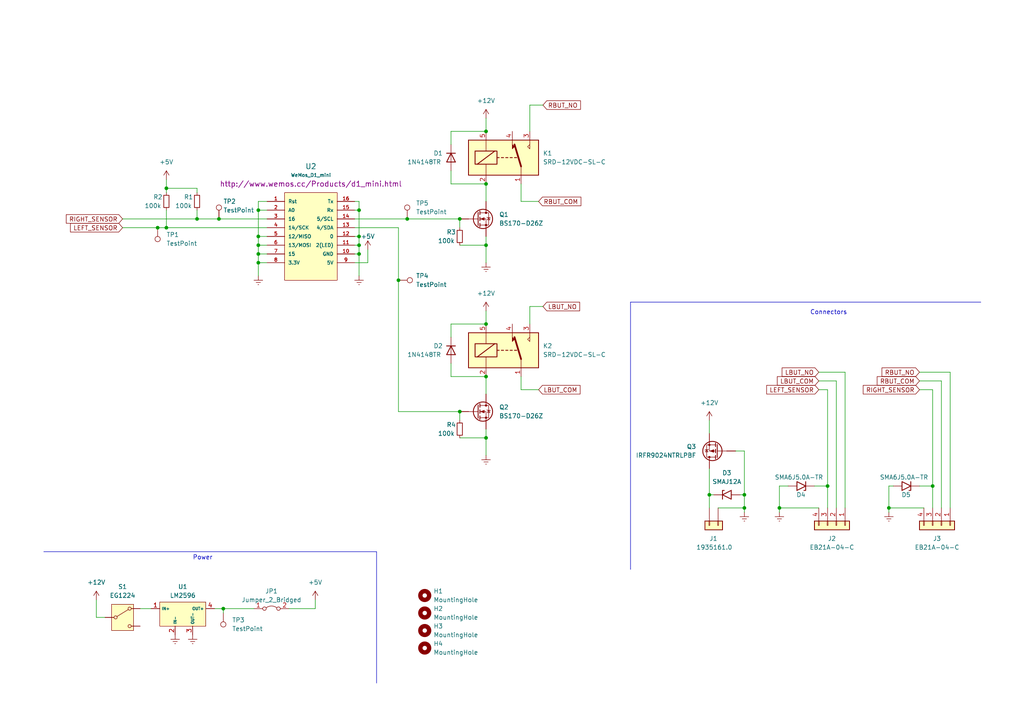
<source format=kicad_sch>
(kicad_sch (version 20230121) (generator eeschema)
  (paper "A4")
  (lib_symbols
    (symbol "000-Connectors:1935161.0" (pin_numbers hide) (pin_names (offset 0.254) hide)
      (property "Reference" "J" (at -1.27 3.81 0))
      (property "Value" "1935161.0" (at -5.08 -3.81 0))
      (symbol "1935161.0_1_1"
        (rectangle (start -1.27 -1.143) (end 0 -1.397) (stroke (width 0.1524)))
        (rectangle (start -1.27 1.397) (end 0 1.143) (stroke (width 0.1524)))
        (rectangle (start -1.27 2.54) (end 1.27 -2.54) (stroke (width 0.254)) (fill (type background)))
        (pin passive line (at -5.08 1.27 0) (length 3.81) (name "Pin_1") (number "1"))
        (pin passive line (at -5.08 -1.27 0) (length 3.81) (name "Pin_2") (number "2"))
      )
    )
    (symbol "000-Connectors:4PinScrewTerminal" (pin_names (offset 1.016) hide)
      (property "Reference" "J" (at 0 5.08 0))
      (property "Value" "EB21A-04-C" (at 0 -7.62 0))
      (symbol "4PinScrewTerminal_1_1"
        (rectangle (start -1.27 -4.953) (end 0 -5.207) (stroke (width 0.1524)))
        (rectangle (start -1.27 -2.413) (end 0 -2.667) (stroke (width 0.1524)))
        (rectangle (start -1.27 0.127) (end 0 -0.127) (stroke (width 0.1524)))
        (rectangle (start -1.27 2.667) (end 0 2.413) (stroke (width 0.1524)))
        (rectangle (start -1.27 3.81) (end 1.27 -6.35) (stroke (width 0.254)) (fill (type background)))
        (pin passive line (at -5.08 2.54 0) (length 3.81) (name "Pin_1") (number "1"))
        (pin passive line (at -5.08 0 0) (length 3.81) (name "Pin_2") (number "2"))
        (pin passive line (at -5.08 -2.54 0) (length 3.81) (name "Pin_3") (number "3"))
        (pin passive line (at -5.08 -5.08 0) (length 3.81) (name "Pin_4") (number "4"))
      )
    )
    (symbol "000-Diodes:1N4148TR" (pin_numbers hide) (pin_names (offset 0.254) hide)
      (property "Reference" "D" (at -1.27 2.54 0))
      (property "Value" "1N4148TR" (at -5.08 -2.54 0))
      (symbol "1N4148TR_1_1"
        (polyline (pts (xy 0 1.27) (xy 0 -1.27)) (stroke (width 0.254)))
        (polyline (pts (xy 2.54 0) (xy 0 0)))
        (polyline (pts (xy 2.54 1.27) (xy 2.54 -1.27) (xy 0 0) (xy 2.54 1.27)) (stroke (width 0.254)))
        (pin passive line (at -2.54 0 0) (length 2.54) (name "K") (number "1"))
        (pin passive line (at 5.08 0 180) (length 2.54) (name "A") (number "2"))
      )
    )
    (symbol "000-Diodes:SMA6J5.0A-TR" (pin_numbers hide) (pin_names (offset 1.016) hide)
      (property "Reference" "D" (at 0 2.54 0))
      (property "Value" "SMA6J5.0A-TR" (at 0 -2.54 0))
      (property "PN" "DIO-011" (at 0 0 0))
      (property "Digikey PN" "497-5938-1-ND" (at 0 0 0))
      (symbol "SMA6J5.0A-TR_0_1"
        (polyline (pts (xy -0.762 1.27) (xy -1.27 1.27) (xy -1.27 -1.27)) (stroke (width 0.254)))
        (polyline (pts (xy 1.27 1.27) (xy 1.27 -1.27) (xy -1.27 0) (xy 1.27 1.27)) (stroke (width 0.254)))
      )
      (symbol "SMA6J5.0A-TR_1_1"
        (pin passive line (at -3.81 0 0) (length 2.54) (name "A1") (number "1"))
        (pin passive line (at 3.81 0 180) (length 2.54) (name "A2") (number "2"))
      )
    )
    (symbol "000-Diodes:SMAJ12A" (pin_numbers hide) (pin_names (offset 1.016) hide)
      (property "Reference" "D" (at 0 2.54 0))
      (property "Value" "SMAJ12A" (at 0 -2.54 0))
      (symbol "SMAJ12A_0_1"
        (polyline (pts (xy -0.762 1.27) (xy -1.27 1.27) (xy -1.27 -1.27)) (stroke (width 0.254)))
        (polyline (pts (xy 1.27 1.27) (xy 1.27 -1.27) (xy -1.27 0) (xy 1.27 1.27)) (stroke (width 0.254)))
      )
      (symbol "SMAJ12A_1_1"
        (pin passive line (at -3.81 0 0) (length 2.54) (name "A1") (number "1"))
        (pin passive line (at 3.81 0 180) (length 2.54) (name "A2") (number "2"))
      )
    )
    (symbol "000-MCUs:WeMos_D1_mini" (pin_names (offset 1.016))
      (property "Reference" "U" (at 0 12.7 0))
      (property "Value" "WeMos_D1_mini" (at 0 -12.7 0))
      (property "Datasheet" "http://www.wemos.cc/Products/d1_mini.html" (at 1.27 -16.51 0))
      (symbol "WeMos_D1_mini_1_1"
        (rectangle (start -7.62 11.43) (end 7.62 -13.97) (fill (type background)))
        (pin bidirectional line (at -12.7 8.89 0) (length 5.08) (name "Rst") (number "1"))
        (pin power_in line (at 12.7 -6.35 180) (length 5.08) (name "GND") (number "10"))
        (pin bidirectional line (at 12.7 -3.81 180) (length 5.08) (name "2(LED)") (number "11"))
        (pin bidirectional line (at 12.7 -1.27 180) (length 5.08) (name "0") (number "12"))
        (pin bidirectional line (at 12.7 1.27 180) (length 5.08) (name "4/SDA") (number "13"))
        (pin bidirectional line (at 12.7 3.81 180) (length 5.08) (name "5/SCL") (number "14"))
        (pin bidirectional line (at 12.7 6.35 180) (length 5.08) (name "Rx") (number "15"))
        (pin bidirectional line (at 12.7 8.89 180) (length 5.08) (name "Tx") (number "16"))
        (pin bidirectional line (at -12.7 6.35 0) (length 5.08) (name "A0") (number "2"))
        (pin bidirectional line (at -12.7 3.81 0) (length 5.08) (name "16") (number "3"))
        (pin bidirectional line (at -12.7 1.27 0) (length 5.08) (name "14/SCK") (number "4"))
        (pin bidirectional line (at -12.7 -1.27 0) (length 5.08) (name "12/MISO") (number "5"))
        (pin bidirectional line (at -12.7 -3.81 0) (length 5.08) (name "13/MOSI") (number "6"))
        (pin bidirectional line (at -12.7 -6.35 0) (length 5.08) (name "15") (number "7"))
        (pin power_out line (at -12.7 -8.89 0) (length 5.08) (name "3.3V") (number "8"))
        (pin power_in line (at 12.7 -8.89 180) (length 5.08) (name "5V") (number "9"))
      )
    )
    (symbol "000-Misc:EG1224" (pin_numbers hide) (pin_names (offset 0.254) hide)
      (property "Reference" "S" (at -1.27 -5.08 0))
      (property "Value" "EG1224" (at -3.81 -7.62 0))
      (symbol "EG1224_0_1"
        (circle (center -2.032 0) (radius 0.4572))
        (polyline (pts (xy -1.651 0.254) (xy 1.651 2.286)))
        (circle (center 2.032 -2.54) (radius 0.4572))
        (circle (center 2.032 2.54) (radius 0.4572))
      )
      (symbol "EG1224_1_1"
        (rectangle (start -3.175 3.81) (end 3.175 -3.81) (fill (type background)))
        (pin passive line (at 5.08 -2.54 180) (length 2.54) (name "C") (number "1"))
        (pin passive line (at -5.08 0 0) (length 2.54) (name "B") (number "2"))
        (pin passive line (at 5.08 2.54 180) (length 2.54) (name "A") (number "3"))
      )
    )
    (symbol "000-Misc:LM2596Module"
      (property "Reference" "U" (at -6.35 5.715 0))
      (property "Value" "LM2596" (at 2.54 5.715 0))
      (symbol "LM2596Module_1_1"
        (rectangle (start -6.985 4.445) (end 6.35 -2.54) (fill (type background)))
        (pin passive line (at -9.525 2.54 0) (length 2.54) (name "IN+") (number "1"))
        (pin passive line (at -2.54 -5.08 90) (length 2.54) (name "IN-") (number "2"))
        (pin passive line (at 2.54 -5.08 90) (length 2.54) (name "OUT-") (number "3"))
        (pin passive line (at 8.89 2.54 180) (length 2.54) (name "OUT+") (number "4"))
      )
    )
    (symbol "000-Misc:SRD-12VDC-SL-C"
      (property "Reference" "K" (at 11.43 3.81 0))
      (property "Value" "SRD-12VDC-SL-C" (at 11.43 1.27 0))
      (symbol "SRD-12VDC-SL-C_0_0"
        (polyline (pts (xy 7.62 5.08) (xy 7.62 2.54) (xy 6.985 3.175) (xy 7.62 3.81)))
      )
      (symbol "SRD-12VDC-SL-C_0_1"
        (rectangle (start -10.16 5.08) (end 10.16 -5.08) (stroke (width 0.254)) (fill (type background)))
        (rectangle (start -8.255 1.905) (end -1.905 -1.905) (stroke (width 0.254)))
        (polyline (pts (xy -7.62 -1.905) (xy -2.54 1.905)) (stroke (width 0.254)))
        (polyline (pts (xy -5.08 -5.08) (xy -5.08 -1.905)))
        (polyline (pts (xy -5.08 5.08) (xy -5.08 1.905)))
        (polyline (pts (xy -1.905 0) (xy -1.27 0)) (stroke (width 0.254)))
        (polyline (pts (xy -0.635 0) (xy 0 0)) (stroke (width 0.254)))
        (polyline (pts (xy 0.635 0) (xy 1.27 0)) (stroke (width 0.254)))
        (polyline (pts (xy 1.905 0) (xy 2.54 0)) (stroke (width 0.254)))
        (polyline (pts (xy 3.175 0) (xy 3.81 0)) (stroke (width 0.254)))
        (polyline (pts (xy 5.08 -2.54) (xy 3.175 3.81)) (stroke (width 0.508)))
        (polyline (pts (xy 5.08 -2.54) (xy 5.08 -5.08)))
        (polyline (pts (xy 2.54 5.08) (xy 2.54 2.54) (xy 3.175 3.175) (xy 2.54 3.81)) (fill (type outline)))
      )
      (symbol "SRD-12VDC-SL-C_1_1"
        (pin passive line (at 5.08 -7.62 90) (length 2.54) (name "~") (number "1"))
        (pin passive line (at -5.08 -7.62 90) (length 2.54) (name "~") (number "2"))
        (pin passive line (at 7.62 7.62 270) (length 2.54) (name "~") (number "3"))
        (pin passive line (at 2.54 7.62 270) (length 2.54) (name "~") (number "4"))
        (pin passive line (at -5.08 7.62 270) (length 2.54) (name "~") (number "5"))
      )
    )
    (symbol "000-Mosfets:BS170-D26Z" (pin_numbers hide) (pin_names (offset 0.254) hide)
      (property "Reference" "Q" (at 0.635 -3.81 0))
      (property "Value" "BS170-D26Z" (at 0.635 -5.715 0))
      (symbol "BS170-D26Z_0_1"
        (circle (center -0.889 0) (radius 2.794) (stroke (width 0.254)))
        (circle (center 0 -1.778) (radius 0.254) (fill (type outline)))
        (polyline (pts (xy -2.286 0) (xy -5.08 0)))
        (polyline (pts (xy -2.286 1.905) (xy -2.286 -1.905)) (stroke (width 0.254)))
        (polyline (pts (xy -1.778 -1.27) (xy -1.778 -2.286)) (stroke (width 0.254)))
        (polyline (pts (xy -1.778 0.508) (xy -1.778 -0.508)) (stroke (width 0.254)))
        (polyline (pts (xy -1.778 2.286) (xy -1.778 1.27)) (stroke (width 0.254)))
        (polyline (pts (xy 0 2.54) (xy 0 1.778)))
        (polyline (pts (xy 0 -2.54) (xy 0 0) (xy -1.778 0)))
        (polyline (pts (xy -1.778 -1.778) (xy 0.762 -1.778) (xy 0.762 1.778) (xy -1.778 1.778)))
        (polyline (pts (xy -1.524 0) (xy -0.508 0.381) (xy -0.508 -0.381) (xy -1.524 0)) (fill (type outline)))
        (polyline (pts (xy 0.254 0.508) (xy 0.381 0.381) (xy 1.143 0.381) (xy 1.27 0.254)))
        (polyline (pts (xy 0.762 0.381) (xy 0.381 -0.254) (xy 1.143 -0.254) (xy 0.762 0.381)))
        (circle (center 0 1.778) (radius 0.254) (fill (type outline)))
      )
      (symbol "BS170-D26Z_1_1"
        (pin passive line (at 0 5.08 270) (length 2.54) (name "D") (number "1"))
        (pin input line (at -7.62 0 0) (length 2.54) (name "G") (number "2"))
        (pin passive line (at 0 -5.08 90) (length 2.54) (name "S") (number "3"))
      )
    )
    (symbol "000-Mosfets:IRFR9024NTRLPBF" (pin_numbers hide) (pin_names (offset 0.254) hide)
      (property "Reference" "Q" (at 0.635 -3.81 0))
      (property "Value" "IRFR9024NTRLPBF" (at 0.635 -5.715 0))
      (symbol "IRFR9024NTRLPBF_0_1"
        (circle (center -0.889 0) (radius 2.794) (stroke (width 0.254)))
        (circle (center 0 -1.778) (radius 0.254) (fill (type outline)))
        (polyline (pts (xy -2.286 0) (xy -5.08 0)))
        (polyline (pts (xy -2.286 1.905) (xy -2.286 -1.905)) (stroke (width 0.254)))
        (polyline (pts (xy -1.778 -1.27) (xy -1.778 -2.286)) (stroke (width 0.254)))
        (polyline (pts (xy -1.778 0.508) (xy -1.778 -0.508)) (stroke (width 0.254)))
        (polyline (pts (xy -1.778 2.286) (xy -1.778 1.27)) (stroke (width 0.254)))
        (polyline (pts (xy 0 2.54) (xy 0 1.778)))
        (polyline (pts (xy 0 -2.54) (xy 0 0) (xy -1.778 0)))
        (polyline (pts (xy -1.778 1.778) (xy 0.762 1.778) (xy 0.762 -1.778) (xy -1.778 -1.778)))
        (polyline (pts (xy -0.254 0) (xy -1.27 0.381) (xy -1.27 -0.381) (xy -0.254 0)) (fill (type outline)))
        (polyline (pts (xy 0.254 -0.508) (xy 0.381 -0.381) (xy 1.143 -0.381) (xy 1.27 -0.254)))
        (polyline (pts (xy 0.762 -0.381) (xy 0.381 0.254) (xy 1.143 0.254) (xy 0.762 -0.381)))
        (circle (center 0 1.778) (radius 0.254) (fill (type outline)))
      )
      (symbol "IRFR9024NTRLPBF_1_1"
        (pin input line (at -7.62 0 0) (length 2.54) (name "G") (number "1"))
        (pin passive line (at 0 5.08 270) (length 2.54) (name "D") (number "2"))
        (pin passive line (at 0 -5.08 90) (length 2.54) (name "S") (number "3"))
      )
    )
    (symbol "Connector:TestPoint" (pin_numbers hide) (pin_names (offset 0.762) hide)
      (property "Reference" "TP" (at 0 6.858 0))
      (property "Value" "TestPoint" (at 0 5.08 0))
      (symbol "TestPoint_0_1"
        (circle (center 0 3.302) (radius 0.762))
      )
      (symbol "TestPoint_1_1"
        (pin passive line (at 0 0 90) (length 2.54) (name "1") (number "1"))
      )
    )
    (symbol "Device:R_Small" (pin_numbers hide) (pin_names (offset 0.254) hide)
      (property "Reference" "R" (at 0.762 0.508 0))
      (property "Value" "R_Small" (at 0.762 -1.016 0))
      (symbol "R_Small_0_1"
        (rectangle (start -0.762 1.778) (end 0.762 -1.778) (stroke (width 0.2032)))
      )
      (symbol "R_Small_1_1"
        (pin passive line (at 0 2.54 270) (length 0.762) (name "~") (number "1"))
        (pin passive line (at 0 -2.54 90) (length 0.762) (name "~") (number "2"))
      )
    )
    (symbol "Jumper:Jumper_2_Bridged" (pin_names (offset 0) hide)
      (property "Reference" "JP" (at 0 1.905 0))
      (property "Value" "Jumper_2_Bridged" (at 0 -2.54 0))
      (symbol "Jumper_2_Bridged_0_0"
        (circle (center -2.032 0) (radius 0.508))
        (circle (center 2.032 0) (radius 0.508))
      )
      (symbol "Jumper_2_Bridged_0_1"
        (arc (start 1.524 0.254) (mid 0 0.762) (end -1.524 0.254))
      )
      (symbol "Jumper_2_Bridged_1_1"
        (pin passive line (at -5.08 0 0) (length 2.54) (name "A") (number "1"))
        (pin passive line (at 5.08 0 180) (length 2.54) (name "B") (number "2"))
      )
    )
    (symbol "Mechanical:MountingHole" (pin_names (offset 1.016))
      (property "Reference" "H" (at 0 5.08 0))
      (property "Value" "MountingHole" (at 0 3.175 0))
      (symbol "MountingHole_0_1"
        (circle (center 0 0) (radius 1.27) (stroke (width 1.27)))
      )
    )
    (symbol "power:+12V" (power) (pin_names (offset 0))
      (property "Value" "+12V" (at 0 3.556 0))
      (symbol "+12V_0_1"
        (polyline (pts (xy -0.762 1.27) (xy 0 2.54)))
        (polyline (pts (xy 0 0) (xy 0 2.54)))
        (polyline (pts (xy 0 2.54) (xy 0.762 1.27)))
      )
      (symbol "+12V_1_1"
        (pin power_in line (at 0 0 90) (length 0) hide (name "+12V") (number "1"))
      )
    )
    (symbol "power:+5V" (power) (pin_names (offset 0))
      (property "Value" "+5V" (at 0 3.556 0))
      (symbol "+5V_0_1"
        (polyline (pts (xy -0.762 1.27) (xy 0 2.54)))
        (polyline (pts (xy 0 0) (xy 0 2.54)))
        (polyline (pts (xy 0 2.54) (xy 0.762 1.27)))
      )
      (symbol "+5V_1_1"
        (pin power_in line (at 0 0 90) (length 0) hide (name "+5V") (number "1"))
      )
    )
    (symbol "power:Earth" (power) (pin_names (offset 0))
      (symbol "Earth_0_1"
        (polyline (pts (xy -0.635 -1.905) (xy 0.635 -1.905)))
        (polyline (pts (xy -0.127 -2.54) (xy 0.127 -2.54)))
        (polyline (pts (xy 0 -1.27) (xy 0 0)))
        (polyline (pts (xy 1.27 -1.27) (xy -1.27 -1.27)))
      )
      (symbol "Earth_1_1"
        (pin power_in line (at 0 0 270) (length 0) hide (name "Earth") (number "1"))
      )
    )
  )
  (junction (at 48.26 54.61))
  (junction (at 140.97 127))
  (junction (at 63.5 63.5))
  (junction (at 104.14 71.12))
  (junction (at 215.9 147.32))
  (junction (at 215.9 143.51))
  (junction (at 74.93 60.96))
  (junction (at 257.81 147.32))
  (junction (at 104.14 60.96))
  (junction (at 104.14 73.66))
  (junction (at 74.93 68.58))
  (junction (at 226.06 147.32))
  (junction (at 133.35 119.38))
  (junction (at 74.93 73.66))
  (junction (at 140.97 93.98))
  (junction (at 74.93 76.2))
  (junction (at 140.97 53.34))
  (junction (at 64.77 176.53))
  (junction (at 270.51 140.97))
  (junction (at 140.97 38.1))
  (junction (at 115.57 81.28))
  (junction (at 205.74 143.51))
  (junction (at 240.03 140.97))
  (junction (at 57.15 63.5))
  (junction (at 140.97 109.22))
  (junction (at 48.26 66.04))
  (junction (at 104.14 68.58))
  (junction (at 118.11 63.5))
  (junction (at 74.93 71.12))
  (junction (at 140.97 71.12))
  (junction (at 45.72 66.04))
  (junction (at 133.35 63.5))
  (wire (pts (xy 226.06 140.97) (xy 226.06 147.32)))
  (wire (pts (xy 35.56 66.04) (xy 45.72 66.04)))
  (wire (pts (xy 266.7 140.97) (xy 270.51 140.97)))
  (wire (pts (xy 157.48 88.9) (xy 153.67 88.9)))
  (wire (pts (xy 140.97 109.22) (xy 140.97 114.3)))
  (wire (pts (xy 205.74 143.51) (xy 205.74 147.32)))
  (wire (pts (xy 48.26 52.07) (xy 48.26 54.61)))
  (wire (pts (xy 240.03 113.03) (xy 240.03 140.97)))
  (wire (pts (xy 266.7 110.49) (xy 273.05 110.49)))
  (wire (pts (xy 62.23 176.53) (xy 64.77 176.53)))
  (wire (pts (xy 74.93 60.96) (xy 77.47 60.96)))
  (wire (pts (xy 102.87 60.96) (xy 104.14 60.96)))
  (wire (pts (xy 140.97 76.2) (xy 140.97 71.12)))
  (wire (pts (xy 102.87 66.04) (xy 115.57 66.04)))
  (wire (pts (xy 140.97 127) (xy 140.97 124.46)))
  (wire (pts (xy 153.67 88.9) (xy 153.67 93.98)))
  (wire (pts (xy 102.87 76.2) (xy 106.68 76.2)))
  (wire (pts (xy 57.15 63.5) (xy 63.5 63.5)))
  (wire (pts (xy 118.11 63.5) (xy 133.35 63.5)))
  (wire (pts (xy 130.81 49.53) (xy 130.81 53.34)))
  (wire (pts (xy 257.81 140.97) (xy 257.81 147.32)))
  (wire (pts (xy 115.57 66.04) (xy 115.57 81.28)))
  (wire (pts (xy 57.15 60.96) (xy 57.15 63.5)))
  (wire (pts (xy 140.97 53.34) (xy 140.97 58.42)))
  (wire (pts (xy 270.51 113.03) (xy 270.51 140.97)))
  (wire (pts (xy 259.08 140.97) (xy 257.81 140.97)))
  (wire (pts (xy 48.26 54.61) (xy 48.26 55.88)))
  (wire (pts (xy 104.14 68.58) (xy 104.14 71.12)))
  (wire (pts (xy 205.74 121.92) (xy 205.74 125.73)))
  (wire (pts (xy 133.35 121.92) (xy 133.35 119.38)))
  (wire (pts (xy 74.93 68.58) (xy 74.93 60.96)))
  (wire (pts (xy 45.72 66.04) (xy 48.26 66.04)))
  (wire (pts (xy 130.81 97.79) (xy 130.81 93.98)))
  (wire (pts (xy 130.81 38.1) (xy 140.97 38.1)))
  (wire (pts (xy 74.93 68.58) (xy 77.47 68.58)))
  (wire (pts (xy 74.93 71.12) (xy 77.47 71.12)))
  (wire (pts (xy 242.57 110.49) (xy 242.57 147.32)))
  (wire (pts (xy 74.93 76.2) (xy 74.93 73.66)))
  (wire (pts (xy 91.44 176.53) (xy 91.44 173.99)))
  (wire (pts (xy 156.21 113.03) (xy 151.13 113.03)))
  (wire (pts (xy 64.77 176.53) (xy 73.66 176.53)))
  (wire (pts (xy 27.94 179.07) (xy 27.94 173.99)))
  (wire (pts (xy 74.93 58.42) (xy 77.47 58.42)))
  (wire (pts (xy 140.97 90.17) (xy 140.97 93.98)))
  (wire (pts (xy 153.67 30.48) (xy 153.67 38.1)))
  (wire (pts (xy 63.5 63.5) (xy 77.47 63.5)))
  (wire (pts (xy 140.97 34.29) (xy 140.97 38.1)))
  (wire (pts (xy 102.87 73.66) (xy 104.14 73.66)))
  (wire (pts (xy 257.81 147.32) (xy 267.97 147.32)))
  (polyline (pts (xy 182.88 165.1) (xy 182.88 87.63)))
  (wire (pts (xy 83.82 176.53) (xy 91.44 176.53)))
  (wire (pts (xy 130.81 109.22) (xy 140.97 109.22)))
  (wire (pts (xy 130.81 53.34) (xy 140.97 53.34)))
  (wire (pts (xy 215.9 147.32) (xy 215.9 148.59)))
  (polyline (pts (xy 12.7 160.02) (xy 109.22 160.02)))
  (wire (pts (xy 74.93 73.66) (xy 77.47 73.66)))
  (wire (pts (xy 226.06 147.32) (xy 226.06 148.59)))
  (wire (pts (xy 245.11 107.95) (xy 245.11 147.32)))
  (wire (pts (xy 57.15 54.61) (xy 57.15 55.88)))
  (wire (pts (xy 104.14 73.66) (xy 104.14 80.01)))
  (wire (pts (xy 140.97 132.08) (xy 140.97 127)))
  (wire (pts (xy 104.14 71.12) (xy 104.14 73.66)))
  (wire (pts (xy 215.9 130.81) (xy 215.9 143.51)))
  (wire (pts (xy 240.03 140.97) (xy 240.03 147.32)))
  (wire (pts (xy 64.77 177.8) (xy 64.77 176.53)))
  (wire (pts (xy 266.7 113.03) (xy 270.51 113.03)))
  (wire (pts (xy 27.94 179.07) (xy 30.48 179.07)))
  (wire (pts (xy 237.49 107.95) (xy 245.11 107.95)))
  (wire (pts (xy 140.97 71.12) (xy 140.97 68.58)))
  (wire (pts (xy 115.57 119.38) (xy 133.35 119.38)))
  (wire (pts (xy 205.74 135.89) (xy 205.74 143.51)))
  (wire (pts (xy 48.26 54.61) (xy 57.15 54.61)))
  (wire (pts (xy 133.35 63.5) (xy 133.35 66.04)))
  (wire (pts (xy 102.87 63.5) (xy 118.11 63.5)))
  (wire (pts (xy 104.14 60.96) (xy 104.14 68.58)))
  (polyline (pts (xy 109.22 160.02) (xy 109.22 198.12)))
  (wire (pts (xy 213.36 130.81) (xy 215.9 130.81)))
  (wire (pts (xy 35.56 63.5) (xy 57.15 63.5)))
  (wire (pts (xy 74.93 76.2) (xy 77.47 76.2)))
  (wire (pts (xy 102.87 58.42) (xy 104.14 58.42)))
  (polyline (pts (xy 182.88 165.1) (xy 182.88 165.1)))
  (wire (pts (xy 106.68 76.2) (xy 106.68 72.39)))
  (wire (pts (xy 157.48 30.48) (xy 153.67 30.48)))
  (wire (pts (xy 215.9 143.51) (xy 215.9 147.32)))
  (wire (pts (xy 237.49 110.49) (xy 242.57 110.49)))
  (wire (pts (xy 74.93 71.12) (xy 74.93 68.58)))
  (wire (pts (xy 130.81 105.41) (xy 130.81 109.22)))
  (wire (pts (xy 74.93 73.66) (xy 74.93 71.12)))
  (wire (pts (xy 48.26 66.04) (xy 77.47 66.04)))
  (wire (pts (xy 40.64 176.53) (xy 43.815 176.53)))
  (wire (pts (xy 133.35 71.12) (xy 140.97 71.12)))
  (wire (pts (xy 270.51 140.97) (xy 270.51 147.32)))
  (wire (pts (xy 228.6 140.97) (xy 226.06 140.97)))
  (wire (pts (xy 257.81 147.32) (xy 257.81 148.59)))
  (wire (pts (xy 266.7 107.95) (xy 275.59 107.95)))
  (wire (pts (xy 102.87 68.58) (xy 104.14 68.58)))
  (wire (pts (xy 48.26 60.96) (xy 48.26 66.04)))
  (wire (pts (xy 102.87 71.12) (xy 104.14 71.12)))
  (wire (pts (xy 156.21 58.42) (xy 151.13 58.42)))
  (wire (pts (xy 208.28 147.32) (xy 215.9 147.32)))
  (wire (pts (xy 237.49 113.03) (xy 240.03 113.03)))
  (wire (pts (xy 275.59 107.95) (xy 275.59 147.32)))
  (wire (pts (xy 226.06 147.32) (xy 237.49 147.32)))
  (wire (pts (xy 74.93 60.96) (xy 74.93 58.42)))
  (wire (pts (xy 130.81 93.98) (xy 140.97 93.98)))
  (wire (pts (xy 236.22 140.97) (xy 240.03 140.97)))
  (wire (pts (xy 273.05 110.49) (xy 273.05 147.32)))
  (wire (pts (xy 133.35 127) (xy 140.97 127)))
  (wire (pts (xy 214.63 143.51) (xy 215.9 143.51)))
  (wire (pts (xy 151.13 58.42) (xy 151.13 53.34)))
  (wire (pts (xy 104.14 58.42) (xy 104.14 60.96)))
  (wire (pts (xy 205.74 143.51) (xy 207.01 143.51)))
  (wire (pts (xy 74.93 80.01) (xy 74.93 76.2)))
  (wire (pts (xy 115.57 81.28) (xy 115.57 119.38)))
  (wire (pts (xy 151.13 113.03) (xy 151.13 109.22)))
  (wire (pts (xy 130.81 41.91) (xy 130.81 38.1)))
  (polyline (pts (xy 284.48 87.63) (xy 182.88 87.63)))
  (text "Connectors" (at 234.95 91.44 0) (effects (font (size 1.27 1.27)) (justify left bottom)))
  (text "Power" (at 55.88 162.56 0) (effects (font (size 1.27 1.27)) (justify left bottom)))
  (global_label "RIGHT_SENSOR" (shape input) (at 266.7 113.03 180) (property "Intersheetrefs" "${INTERSHEET_REFS}" (effects hide)))
  (global_label "LBUT_COM" (shape input) (at 156.21 113.03 0) (property "Intersheetrefs" "${INTERSHEET_REFS}" (effects hide)))
  (global_label "LEFT_SENSOR" (shape input) (at 35.56 66.04 180) (property "Intersheetrefs" "${INTERSHEET_REFS}" (effects hide)))
  (global_label "RIGHT_SENSOR" (shape input) (at 35.56 63.5 180) (property "Intersheetrefs" "${INTERSHEET_REFS}" (effects hide)))
  (global_label "RBUT_COM" (shape input) (at 156.21 58.42 0) (property "Intersheetrefs" "${INTERSHEET_REFS}" (effects hide)))
  (global_label "LBUT_NO" (shape input) (at 157.48 88.9 0) (property "Intersheetrefs" "${INTERSHEET_REFS}" (effects hide)))
  (global_label "LEFT_SENSOR" (shape input) (at 237.49 113.03 180) (property "Intersheetrefs" "${INTERSHEET_REFS}" (effects hide)))
  (global_label "RBUT_NO" (shape input) (at 157.48 30.48 0) (property "Intersheetrefs" "${INTERSHEET_REFS}" (effects hide)))
  (global_label "RBUT_COM" (shape input) (at 266.7 110.49 180) (property "Intersheetrefs" "${INTERSHEET_REFS}" (effects hide)))
  (global_label "LBUT_NO" (shape input) (at 237.49 107.95 180) (property "Intersheetrefs" "${INTERSHEET_REFS}" (effects hide)))
  (global_label "RBUT_NO" (shape input) (at 266.7 107.95 180) (property "Intersheetrefs" "${INTERSHEET_REFS}" (effects hide)))
  (global_label "LBUT_COM" (shape input) (at 237.49 110.49 180) (property "Intersheetrefs" "${INTERSHEET_REFS}" (effects hide)))
  (symbol (lib_id "Mechanical:MountingHole") (at 123.19 187.96 0) (unit 1)
    (property "Reference" "H4" (at 125.73 186.69 0) (effects (justify left)))
    (property "Value" "MountingHole" (at 125.73 189.23 0) (effects (justify left)))
    (property "Footprint" "MountingHole:MountingHole_3.2mm_M3" (effects hide))
  )
  (symbol (lib_id "power:+12V") (at 140.97 34.29 0) (unit 1)
    (property "Reference" "#PWR08" (effects hide))
    (property "Value" "+12V" (at 140.97 29.21 0))
  )
  (symbol (lib_id "000-Misc:EG1224") (at 35.56 179.07 0) (unit 1)
    (property "Reference" "S1" (at 35.56 170.18 0))
    (property "Value" "EG1224" (at 35.56 172.72 0))
    (property "Footprint" "000-Footprints:SW_E-Switch_EG1224_SPDT_Angled" (effects hide))
    (property "PN" "MISC-006" (effects hide))
    (property "Digikey PN" "EG2585-ND" (effects hide))
  )
  (symbol (lib_id "000-Connectors:1935161.0") (at 207.01 152.4 270) (unit 1)
    (property "Reference" "J1" (at 205.74 156.21 90) (effects (justify left)))
    (property "Value" "1935161.0" (at 201.93 158.75 90) (effects (justify left)))
    (property "Footprint" "TerminalBlock:TerminalBlock_bornier-2_P5.08mm" (effects hide))
    (property "PN" "CON-005" (effects hide))
    (property "Digikey PN" "277-1667-ND" (effects hide))
  )
  (symbol (lib_id "000-Diodes:1N4148TR") (at 130.81 44.45 270) (unit 1)
    (property "Reference" "D1" (at 125.73 44.45 90) (effects (justify left)))
    (property "Value" "1N4148TR" (at 118.11 46.99 90) (effects (justify left)))
    (property "Footprint" "Diode_THT:D_DO-35_SOD27_P10.16mm_Horizontal" (effects hide))
    (property "PN" "DIO-004" (effects hide))
    (property "Digikey PN" "1N4148FSCT-ND" (effects hide))
  )
  (symbol (lib_id "power:Earth") (at 104.14 80.01 0) (unit 1)
    (property "Reference" "#PWR06" (effects hide))
    (property "Value" "Earth" (effects hide))
  )
  (symbol (lib_id "000-MCUs:WeMos_D1_mini") (at 90.17 67.31 0) (unit 1)
    (property "Reference" "U2" (at 90.17 48.26 0) (effects (font (size 1.524 1.524))))
    (property "Value" "WeMos_D1_mini" (at 90.17 50.8 0) (effects (font (size 1 1))))
    (property "Footprint" "000-Footprints:wemos-d1-mini-with-pin-header-and-connector" (effects hide))
    (property "Datasheet" "http://www.wemos.cc/Products/d1_mini.html" (at 90.17 53.34 0) (effects (font (size 1.524 1.524))))
  )
  (symbol (lib_id "Jumper:Jumper_2_Bridged") (at 78.74 176.53 0) (unit 1)
    (property "Reference" "JP1" (at 78.74 171.45 0))
    (property "Value" "Jumper_2_Bridged" (at 78.74 173.99 0))
    (property "Footprint" "Connector_PinHeader_2.54mm:PinHeader_1x02_P2.54mm_Vertical" (effects hide))
  )
  (symbol (lib_id "power:+5V") (at 91.44 173.99 0) (unit 1)
    (property "Reference" "#PWR05" (effects hide))
    (property "Value" "+5V" (at 91.44 168.91 0))
  )
  (symbol (lib_id "power:Earth") (at 226.06 148.59 0) (unit 1)
    (property "Reference" "#PWR014" (effects hide))
    (property "Value" "Earth" (effects hide))
  )
  (symbol (lib_id "power:Earth") (at 50.8 184.15 0) (unit 1)
    (property "Reference" "#PWR02" (effects hide))
    (property "Value" "Earth" (effects hide))
  )
  (symbol (lib_id "Device:R_Small") (at 133.35 124.46 0) (unit 1)
    (property "Reference" "R4" (at 129.54 123.19 0) (effects (justify left)))
    (property "Value" "100k" (at 127 125.73 0) (effects (justify left)))
    (property "Footprint" "Resistor_THT:R_Axial_DIN0207_L6.3mm_D2.5mm_P15.24mm_Horizontal" (effects hide))
  )
  (symbol (lib_id "Mechanical:MountingHole") (at 123.19 177.8 0) (unit 1)
    (property "Reference" "H2" (at 125.73 176.53 0) (effects (justify left)))
    (property "Value" "MountingHole" (at 125.73 179.07 0) (effects (justify left)))
    (property "Footprint" "MountingHole:MountingHole_3.2mm_M3" (effects hide))
  )
  (symbol (lib_id "power:Earth") (at 140.97 76.2 0) (unit 1)
    (property "Reference" "#PWR09" (effects hide))
    (property "Value" "Earth" (effects hide))
  )
  (symbol (lib_id "power:+5V") (at 106.68 72.39 0) (unit 1)
    (property "Reference" "#PWR07" (effects hide))
    (property "Value" "+5V" (at 106.68 68.58 0))
  )
  (symbol (lib_id "Mechanical:MountingHole") (at 123.19 172.72 0) (unit 1)
    (property "Reference" "H1" (at 125.73 171.45 0) (effects (justify left)))
    (property "Value" "MountingHole" (at 125.73 173.99 0) (effects (justify left)))
    (property "Footprint" "MountingHole:MountingHole_3.2mm_M3" (effects hide))
  )
  (symbol (lib_id "000-Misc:SRD-12VDC-SL-C") (at 146.05 45.72 0) (unit 1)
    (property "Reference" "K1" (at 157.48 44.45 0) (effects (justify left)))
    (property "Value" "SRD-12VDC-SL-C" (at 157.48 46.99 0) (effects (justify left)))
    (property "Footprint" "000-Footprints:Relay_SPDT_Songle" (effects hide))
    (property "Datasheet" "https://www.finder-relais.net/de/finder-relais-serie-40.pdf" (effects hide))
  )
  (symbol (lib_id "power:Earth") (at 140.97 132.08 0) (unit 1)
    (property "Reference" "#PWR011" (effects hide))
    (property "Value" "Earth" (effects hide))
  )
  (symbol (lib_id "000-Diodes:SMA6J5.0A-TR") (at 232.41 140.97 180) (unit 1)
    (property "Reference" "D4" (at 233.68 143.51 0) (effects (justify left)))
    (property "Value" "SMA6J5.0A-TR" (at 238.76 138.43 0) (effects (justify left)))
    (property "Footprint" "Diode_SMD:D_SMA_Handsoldering" (effects hide))
    (property "Datasheet" "https://www.st.com/content/ccc/resource/technical/document/datasheet/56/26/d7/6f/22/8c/4e/b3/CD00152688.pdf/files/CD00152688.pdf/_jcr_content/translations/en.CD00152688.pdf" (effects hide))
    (property "PN" "DIO-011" (effects hide))
    (property "Digikey PN" "497-5938-1-ND" (effects hide))
  )
  (symbol (lib_id "power:+5V") (at 48.26 52.07 0) (unit 1)
    (property "Reference" "#PWR03" (effects hide))
    (property "Value" "+5V" (at 48.26 46.99 0))
  )
  (symbol (lib_id "Device:R_Small") (at 48.26 58.42 0) (unit 1)
    (property "Reference" "R2" (at 44.45 57.15 0) (effects (justify left)))
    (property "Value" "100k" (at 41.91 59.69 0) (effects (justify left)))
    (property "Footprint" "Resistor_THT:R_Axial_DIN0207_L6.3mm_D2.5mm_P15.24mm_Horizontal" (effects hide))
  )
  (symbol (lib_id "power:Earth") (at 55.88 184.15 0) (unit 1)
    (property "Reference" "#PWR04" (effects hide))
    (property "Value" "Earth" (effects hide))
  )
  (symbol (lib_id "power:Earth") (at 215.9 148.59 0) (unit 1)
    (property "Reference" "#PWR013" (effects hide))
    (property "Value" "Earth" (effects hide))
  )
  (symbol (lib_id "power:+12V") (at 140.97 90.17 0) (unit 1)
    (property "Reference" "#PWR010" (effects hide))
    (property "Value" "+12V" (at 140.97 85.09 0))
  )
  (symbol (lib_id "Device:R_Small") (at 57.15 58.42 0) (unit 1)
    (property "Reference" "R1" (at 53.34 57.15 0) (effects (justify left)))
    (property "Value" "100k" (at 50.8 59.69 0) (effects (justify left)))
    (property "Footprint" "Resistor_THT:R_Axial_DIN0207_L6.3mm_D2.5mm_P15.24mm_Horizontal" (effects hide))
  )
  (symbol (lib_id "000-Mosfets:BS170-D26Z") (at 140.97 119.38 0) (unit 1)
    (property "Reference" "Q2" (at 144.78 118.11 0) (effects (justify left)))
    (property "Value" "BS170-D26Z" (at 144.78 120.65 0) (effects (justify left)))
    (property "Footprint" "Package_TO_SOT_THT:TO-92_Inline_Wide" (effects hide))
    (property "PN" "FET-002" (effects hide))
    (property "Digikey PN" "BS170-D26ZCT-ND" (effects hide))
  )
  (symbol (lib_id "power:+12V") (at 205.74 121.92 0) (unit 1)
    (property "Reference" "#PWR012" (effects hide))
    (property "Value" "+12V" (at 205.74 116.84 0))
  )
  (symbol (lib_id "Device:R_Small") (at 133.35 68.58 0) (unit 1)
    (property "Reference" "R3" (at 129.54 67.31 0) (effects (justify left)))
    (property "Value" "100k" (at 127 69.85 0) (effects (justify left)))
    (property "Footprint" "Resistor_THT:R_Axial_DIN0207_L6.3mm_D2.5mm_P15.24mm_Horizontal" (effects hide))
  )
  (symbol (lib_id "000-Misc:SRD-12VDC-SL-C") (at 146.05 101.6 0) (unit 1)
    (property "Reference" "K2" (at 157.48 100.33 0) (effects (justify left)))
    (property "Value" "SRD-12VDC-SL-C" (at 157.48 102.87 0) (effects (justify left)))
    (property "Footprint" "000-Footprints:Relay_SPDT_Songle" (effects hide))
    (property "Datasheet" "https://www.finder-relais.net/de/finder-relais-serie-40.pdf" (effects hide))
  )
  (symbol (lib_id "000-Connectors:4PinScrewTerminal") (at 273.05 152.4 270) (unit 1)
    (property "Reference" "J3" (at 271.78 156.21 90))
    (property "Value" "EB21A-04-C" (at 271.78 158.75 90))
    (property "Footprint" "TerminalBlock:TerminalBlock_bornier-4_P5.08mm" (effects hide))
  )
  (symbol (lib_id "Connector:TestPoint") (at 45.72 66.04 180) (unit 1)
    (property "Reference" "TP1" (at 48.26 68.072 0) (effects (justify right)))
    (property "Value" "TestPoint" (at 48.26 70.612 0) (effects (justify right)))
    (property "Footprint" "TestPoint:TestPoint_Pad_1.5x1.5mm" (effects hide))
  )
  (symbol (lib_id "Mechanical:MountingHole") (at 123.19 182.88 0) (unit 1)
    (property "Reference" "H3" (at 125.73 181.61 0) (effects (justify left)))
    (property "Value" "MountingHole" (at 125.73 184.15 0) (effects (justify left)))
    (property "Footprint" "MountingHole:MountingHole_3.2mm_M3" (effects hide))
  )
  (symbol (lib_id "000-Diodes:1N4148TR") (at 130.81 100.33 270) (unit 1)
    (property "Reference" "D2" (at 125.73 100.33 90) (effects (justify left)))
    (property "Value" "1N4148TR" (at 118.11 102.87 90) (effects (justify left)))
    (property "Footprint" "Diode_THT:D_DO-35_SOD27_P10.16mm_Horizontal" (effects hide))
    (property "PN" "DIO-004" (effects hide))
    (property "Digikey PN" "1N4148FSCT-ND" (effects hide))
  )
  (symbol (lib_id "power:Earth") (at 74.93 80.01 0) (unit 1)
    (property "Reference" "#PWR016" (effects hide))
    (property "Value" "Earth" (effects hide))
  )
  (symbol (lib_id "000-Mosfets:BS170-D26Z") (at 140.97 63.5 0) (unit 1)
    (property "Reference" "Q1" (at 144.78 62.23 0) (effects (justify left)))
    (property "Value" "BS170-D26Z" (at 144.78 64.77 0) (effects (justify left)))
    (property "Footprint" "Package_TO_SOT_THT:TO-92_Inline_Wide" (effects hide))
    (property "PN" "FET-002" (effects hide))
    (property "Digikey PN" "BS170-D26ZCT-ND" (effects hide))
  )
  (symbol (lib_id "Connector:TestPoint") (at 64.77 177.8 180) (unit 1)
    (property "Reference" "TP3" (at 67.31 179.832 0) (effects (justify right)))
    (property "Value" "TestPoint" (at 67.31 182.372 0) (effects (justify right)))
    (property "Footprint" "TestPoint:TestPoint_Pad_1.5x1.5mm" (effects hide))
  )
  (symbol (lib_id "000-Misc:LM2596Module") (at 53.34 179.07 0) (unit 1)
    (property "Reference" "U1" (at 53.0225 170.18 0))
    (property "Value" "LM2596" (at 53.0225 172.72 0))
    (property "Footprint" "000-Footprints:LM2596Module" (effects hide))
    (property "PN" "MISC-009" (effects hide))
    (property "Digikey PN" "https://a.co/d/2OIi4nQ" (effects hide))
  )
  (symbol (lib_id "000-Mosfets:IRFR9024NTRLPBF") (at 205.74 130.81 180) (unit 1)
    (property "Reference" "Q3" (at 201.93 129.54 0) (effects (justify left)))
    (property "Value" "IRFR9024NTRLPBF" (at 201.93 132.08 0) (effects (justify left)))
    (property "Footprint" "Package_TO_SOT_SMD:TO-252-2" (effects hide))
    (property "PN" "FET-007" (effects hide))
    (property "Digikey PN" "IRFR9024NTRLPBFCT-ND" (effects hide))
  )
  (symbol (lib_id "Connector:TestPoint") (at 115.57 81.28 270) (unit 1)
    (property "Reference" "TP4" (at 120.65 80.01 90) (effects (justify left)))
    (property "Value" "TestPoint" (at 120.65 82.55 90) (effects (justify left)))
    (property "Footprint" "TestPoint:TestPoint_Pad_1.5x1.5mm" (effects hide))
  )
  (symbol (lib_id "power:Earth") (at 257.81 148.59 0) (unit 1)
    (property "Reference" "#PWR015" (effects hide))
    (property "Value" "Earth" (effects hide))
  )
  (symbol (lib_id "000-Connectors:4PinScrewTerminal") (at 242.57 152.4 270) (unit 1)
    (property "Reference" "J2" (at 241.3 156.21 90))
    (property "Value" "EB21A-04-C" (at 241.3 158.75 90))
    (property "Footprint" "TerminalBlock:TerminalBlock_bornier-4_P5.08mm" (effects hide))
  )
  (symbol (lib_id "Connector:TestPoint") (at 63.5 63.5 0) (unit 1)
    (property "Reference" "TP2" (at 64.77 58.42 0) (effects (justify left)))
    (property "Value" "TestPoint" (at 64.77 60.96 0) (effects (justify left)))
    (property "Footprint" "TestPoint:TestPoint_Pad_1.5x1.5mm" (effects hide))
  )
  (symbol (lib_id "000-Diodes:SMAJ12A") (at 210.82 143.51 0) (unit 1)
    (property "Reference" "D3" (at 210.82 137.16 0))
    (property "Value" "SMAJ12A" (at 210.82 139.7 0))
    (property "Footprint" "Diode_SMD:D_SMA_Handsoldering" (effects hide))
    (property "Datasheet" "https://www.littelfuse.com/~/media/electronics/datasheets/tvs_diodes/littelfuse_tvs_diode_smaj_datasheet.pdf.pdf" (effects hide))
    (property "PN" "DIO-014" (effects hide))
    (property "Digikey PN" "SMAJ12ALFCT-ND" (effects hide))
  )
  (symbol (lib_id "power:+12V") (at 27.94 173.99 0) (unit 1)
    (property "Reference" "#PWR01" (effects hide))
    (property "Value" "+12V" (at 27.94 168.91 0))
  )
  (symbol (lib_id "Connector:TestPoint") (at 118.11 63.5 0) (unit 1)
    (property "Reference" "TP5" (at 120.65 58.928 0) (effects (justify left)))
    (property "Value" "TestPoint" (at 120.65 61.468 0) (effects (justify left)))
    (property "Footprint" "TestPoint:TestPoint_Pad_1.5x1.5mm" (effects hide))
  )
  (symbol (lib_id "000-Diodes:SMA6J5.0A-TR") (at 262.89 140.97 180) (unit 1)
    (property "Reference" "D5" (at 264.16 143.51 0) (effects (justify left)))
    (property "Value" "SMA6J5.0A-TR" (at 269.24 138.43 0) (effects (justify left)))
    (property "Footprint" "Diode_SMD:D_SMA_Handsoldering" (effects hide))
    (property "Datasheet" "https://www.st.com/content/ccc/resource/technical/document/datasheet/56/26/d7/6f/22/8c/4e/b3/CD00152688.pdf/files/CD00152688.pdf/_jcr_content/translations/en.CD00152688.pdf" (effects hide))
    (property "PN" "DIO-011" (effects hide))
    (property "Digikey PN" "497-5938-1-ND" (effects hide))
  )
)
</source>
